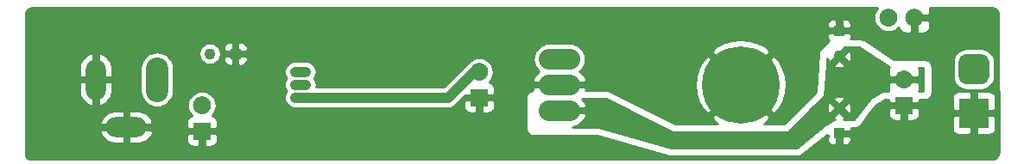
<source format=gbr>
G04 #@! TF.GenerationSoftware,KiCad,Pcbnew,5.1.10*
G04 #@! TF.CreationDate,2021-12-17T17:44:36+03:00*
G04 #@! TF.ProjectId,ripple_cancellation,72697070-6c65-45f6-9361-6e63656c6c61,rev?*
G04 #@! TF.SameCoordinates,Original*
G04 #@! TF.FileFunction,Copper,L2,Bot*
G04 #@! TF.FilePolarity,Positive*
%FSLAX46Y46*%
G04 Gerber Fmt 4.6, Leading zero omitted, Abs format (unit mm)*
G04 Created by KiCad (PCBNEW 5.1.10) date 2021-12-17 17:44:36*
%MOMM*%
%LPD*%
G01*
G04 APERTURE LIST*
G04 #@! TA.AperFunction,ComponentPad*
%ADD10O,4.064000X2.032000*%
G04 #@! TD*
G04 #@! TA.AperFunction,ComponentPad*
%ADD11C,7.620000*%
G04 #@! TD*
G04 #@! TA.AperFunction,ComponentPad*
%ADD12O,2.080000X1.040000*%
G04 #@! TD*
G04 #@! TA.AperFunction,ComponentPad*
%ADD13R,3.000000X3.000000*%
G04 #@! TD*
G04 #@! TA.AperFunction,ComponentPad*
%ADD14R,1.778000X1.778000*%
G04 #@! TD*
G04 #@! TA.AperFunction,ComponentPad*
%ADD15O,4.000000X2.000000*%
G04 #@! TD*
G04 #@! TA.AperFunction,ComponentPad*
%ADD16O,2.200000X4.400000*%
G04 #@! TD*
G04 #@! TA.AperFunction,ComponentPad*
%ADD17O,2.000000X4.000000*%
G04 #@! TD*
G04 #@! TA.AperFunction,ComponentPad*
%ADD18R,1.100000X1.100000*%
G04 #@! TD*
G04 #@! TA.AperFunction,ComponentPad*
%ADD19C,1.100000*%
G04 #@! TD*
G04 #@! TA.AperFunction,ViaPad*
%ADD20C,0.800000*%
G04 #@! TD*
G04 #@! TA.AperFunction,Conductor*
%ADD21C,1.000000*%
G04 #@! TD*
G04 #@! TA.AperFunction,Conductor*
%ADD22C,0.254000*%
G04 #@! TD*
G04 #@! TA.AperFunction,Conductor*
%ADD23C,0.100000*%
G04 #@! TD*
G04 APERTURE END LIST*
D10*
X108204000Y-53594000D03*
X108204000Y-56134000D03*
X108204000Y-58674000D03*
D11*
X125984000Y-56134000D03*
D12*
X82804000Y-57404000D03*
X82804000Y-56134000D03*
X82804000Y-54864000D03*
G04 #@! TA.AperFunction,ComponentPad*
G36*
G01*
X142113000Y-49530000D02*
X142113000Y-49530000D01*
G75*
G02*
X143002000Y-48641000I889000J0D01*
G01*
X143002000Y-48641000D01*
G75*
G02*
X143891000Y-49530000I0J-889000D01*
G01*
X143891000Y-49530000D01*
G75*
G02*
X143002000Y-50419000I-889000J0D01*
G01*
X143002000Y-50419000D01*
G75*
G02*
X142113000Y-49530000I0J889000D01*
G01*
G37*
G04 #@! TD.AperFunction*
G04 #@! TA.AperFunction,ComponentPad*
G36*
G01*
X139573000Y-49530000D02*
X139573000Y-49530000D01*
G75*
G02*
X140462000Y-48641000I889000J0D01*
G01*
X140462000Y-48641000D01*
G75*
G02*
X141351000Y-49530000I0J-889000D01*
G01*
X141351000Y-49530000D01*
G75*
G02*
X140462000Y-50419000I-889000J0D01*
G01*
X140462000Y-50419000D01*
G75*
G02*
X139573000Y-49530000I0J889000D01*
G01*
G37*
G04 #@! TD.AperFunction*
G04 #@! TA.AperFunction,ComponentPad*
G36*
G01*
X149594000Y-56110000D02*
X148094000Y-56110000D01*
G75*
G02*
X147344000Y-55360000I0J750000D01*
G01*
X147344000Y-53860000D01*
G75*
G02*
X148094000Y-53110000I750000J0D01*
G01*
X149594000Y-53110000D01*
G75*
G02*
X150344000Y-53860000I0J-750000D01*
G01*
X150344000Y-55360000D01*
G75*
G02*
X149594000Y-56110000I-750000J0D01*
G01*
G37*
G04 #@! TD.AperFunction*
D13*
X148844000Y-58928000D03*
G04 #@! TA.AperFunction,ComponentPad*
G36*
G01*
X141986000Y-56515000D02*
X141986000Y-56515000D01*
G75*
G02*
X141097000Y-55626000I0J889000D01*
G01*
X141097000Y-55626000D01*
G75*
G02*
X141986000Y-54737000I889000J0D01*
G01*
X141986000Y-54737000D01*
G75*
G02*
X142875000Y-55626000I0J-889000D01*
G01*
X142875000Y-55626000D01*
G75*
G02*
X141986000Y-56515000I-889000J0D01*
G01*
G37*
G04 #@! TD.AperFunction*
D14*
X141986000Y-58166000D03*
G04 #@! TA.AperFunction,ComponentPad*
G36*
G01*
X100330000Y-55753000D02*
X100330000Y-55753000D01*
G75*
G02*
X99441000Y-54864000I0J889000D01*
G01*
X99441000Y-54864000D01*
G75*
G02*
X100330000Y-53975000I889000J0D01*
G01*
X100330000Y-53975000D01*
G75*
G02*
X101219000Y-54864000I0J-889000D01*
G01*
X101219000Y-54864000D01*
G75*
G02*
X100330000Y-55753000I-889000J0D01*
G01*
G37*
G04 #@! TD.AperFunction*
X100330000Y-57404000D03*
G04 #@! TA.AperFunction,ComponentPad*
G36*
G01*
X73152000Y-59055000D02*
X73152000Y-59055000D01*
G75*
G02*
X72263000Y-58166000I0J889000D01*
G01*
X72263000Y-58166000D01*
G75*
G02*
X73152000Y-57277000I889000J0D01*
G01*
X73152000Y-57277000D01*
G75*
G02*
X74041000Y-58166000I0J-889000D01*
G01*
X74041000Y-58166000D01*
G75*
G02*
X73152000Y-59055000I-889000J0D01*
G01*
G37*
G04 #@! TD.AperFunction*
X73152000Y-60706000D03*
D15*
X65738000Y-60326000D03*
D16*
X68738000Y-55626000D03*
D17*
X62738000Y-55626000D03*
D18*
X135636000Y-50820000D03*
D19*
X135636000Y-53320000D03*
D18*
X135636000Y-60940000D03*
D19*
X135636000Y-58440000D03*
D18*
X76434000Y-53086000D03*
D19*
X73934000Y-53086000D03*
D20*
X113538000Y-51816000D03*
X115538000Y-51816000D03*
X117538000Y-51816000D03*
X119538000Y-51816000D03*
X113538000Y-53816000D03*
X115538000Y-53816000D03*
X117538000Y-53816000D03*
X119538000Y-53816000D03*
X113538000Y-55816000D03*
X115538000Y-55816000D03*
X117538000Y-55816000D03*
X119538000Y-55816000D03*
D21*
X82804000Y-57404000D02*
X97282000Y-57404000D01*
X99822000Y-54864000D02*
X100330000Y-54864000D01*
X97282000Y-57404000D02*
X99822000Y-54864000D01*
D22*
X139275834Y-48737429D02*
X139144004Y-48984067D01*
X139062822Y-49251685D01*
X139035411Y-49529999D01*
X139035411Y-49530001D01*
X139062822Y-49808315D01*
X139144004Y-50075933D01*
X139275834Y-50322571D01*
X139453249Y-50538751D01*
X139669429Y-50716166D01*
X139916067Y-50847996D01*
X140183685Y-50929178D01*
X140461999Y-50956589D01*
X140462001Y-50956589D01*
X140740315Y-50929178D01*
X141007933Y-50847996D01*
X141254571Y-50716166D01*
X141470751Y-50538751D01*
X141485011Y-50521375D01*
X141487188Y-50543482D01*
X141523498Y-50663180D01*
X141582463Y-50773494D01*
X141661815Y-50870185D01*
X141758506Y-50949537D01*
X141868820Y-51008502D01*
X141988518Y-51044812D01*
X142113000Y-51057072D01*
X142620250Y-51054000D01*
X142779000Y-50895250D01*
X142779000Y-49753000D01*
X143225000Y-49753000D01*
X143225000Y-50895250D01*
X143383750Y-51054000D01*
X143891000Y-51057072D01*
X144015482Y-51044812D01*
X144135180Y-51008502D01*
X144245494Y-50949537D01*
X144342185Y-50870185D01*
X144421537Y-50773494D01*
X144480502Y-50663180D01*
X144516812Y-50543482D01*
X144529072Y-50419000D01*
X144526000Y-49911750D01*
X144367250Y-49753000D01*
X143225000Y-49753000D01*
X142779000Y-49753000D01*
X142759000Y-49753000D01*
X142759000Y-49307000D01*
X142779000Y-49307000D01*
X142779000Y-49287000D01*
X143225000Y-49287000D01*
X143225000Y-49307000D01*
X144367250Y-49307000D01*
X144526000Y-49148250D01*
X144529072Y-48641000D01*
X144524187Y-48591400D01*
X150620016Y-48591400D01*
X150765064Y-48605622D01*
X150878243Y-48639793D01*
X150982636Y-48695300D01*
X151074256Y-48770023D01*
X151149617Y-48861118D01*
X151205848Y-48965116D01*
X151240811Y-49078062D01*
X151255801Y-49220677D01*
X151255800Y-50518788D01*
X151255772Y-50519076D01*
X151255800Y-50546057D01*
X151255800Y-50573505D01*
X151255829Y-50573798D01*
X151268539Y-62812505D01*
X151254345Y-62957264D01*
X151220174Y-63070445D01*
X151164669Y-63174834D01*
X151089944Y-63266456D01*
X150998848Y-63341818D01*
X150894851Y-63398048D01*
X150781906Y-63433011D01*
X150639298Y-63448000D01*
X56351886Y-63448000D01*
X56236454Y-63436681D01*
X56151751Y-63411109D01*
X56073639Y-63369575D01*
X56005081Y-63313661D01*
X55948686Y-63245491D01*
X55906605Y-63167665D01*
X55880445Y-63083153D01*
X55868520Y-62969701D01*
X55870518Y-60799635D01*
X63173105Y-60799635D01*
X63254654Y-61048940D01*
X63424195Y-61324435D01*
X63644224Y-61561561D01*
X63906287Y-61751205D01*
X64200312Y-61886079D01*
X64515000Y-61961000D01*
X65515000Y-61961000D01*
X65515000Y-60549000D01*
X65961000Y-60549000D01*
X65961000Y-61961000D01*
X66961000Y-61961000D01*
X67275688Y-61886079D01*
X67569713Y-61751205D01*
X67785567Y-61595000D01*
X71624928Y-61595000D01*
X71637188Y-61719482D01*
X71673498Y-61839180D01*
X71732463Y-61949494D01*
X71811815Y-62046185D01*
X71908506Y-62125537D01*
X72018820Y-62184502D01*
X72138518Y-62220812D01*
X72263000Y-62233072D01*
X72770250Y-62230000D01*
X72929000Y-62071250D01*
X72929000Y-60929000D01*
X73375000Y-60929000D01*
X73375000Y-62071250D01*
X73533750Y-62230000D01*
X74041000Y-62233072D01*
X74165482Y-62220812D01*
X74285180Y-62184502D01*
X74395494Y-62125537D01*
X74492185Y-62046185D01*
X74571537Y-61949494D01*
X74630502Y-61839180D01*
X74666812Y-61719482D01*
X74679072Y-61595000D01*
X74676000Y-61087750D01*
X74517250Y-60929000D01*
X73375000Y-60929000D01*
X72929000Y-60929000D01*
X71786750Y-60929000D01*
X71628000Y-61087750D01*
X71624928Y-61595000D01*
X67785567Y-61595000D01*
X67831776Y-61561561D01*
X68051805Y-61324435D01*
X68221346Y-61048940D01*
X68302895Y-60799635D01*
X68197310Y-60549000D01*
X65961000Y-60549000D01*
X65515000Y-60549000D01*
X63278690Y-60549000D01*
X63173105Y-60799635D01*
X55870518Y-60799635D01*
X55871390Y-59852365D01*
X63173105Y-59852365D01*
X63278690Y-60103000D01*
X65515000Y-60103000D01*
X65515000Y-58691000D01*
X65961000Y-58691000D01*
X65961000Y-60103000D01*
X68197310Y-60103000D01*
X68302895Y-59852365D01*
X68291327Y-59817000D01*
X71624928Y-59817000D01*
X71628000Y-60324250D01*
X71786750Y-60483000D01*
X72929000Y-60483000D01*
X72929000Y-60463000D01*
X73375000Y-60463000D01*
X73375000Y-60483000D01*
X74517250Y-60483000D01*
X74676000Y-60324250D01*
X74679072Y-59817000D01*
X74666812Y-59692518D01*
X74630502Y-59572820D01*
X74571537Y-59462506D01*
X74492185Y-59365815D01*
X74395494Y-59286463D01*
X74285180Y-59227498D01*
X74165482Y-59191188D01*
X74143375Y-59189011D01*
X74160751Y-59174751D01*
X74338166Y-58958571D01*
X74469996Y-58711933D01*
X74551178Y-58444315D01*
X74578589Y-58166001D01*
X74578589Y-58165999D01*
X74551178Y-57887685D01*
X74469996Y-57620067D01*
X74338166Y-57373429D01*
X74160751Y-57157249D01*
X73944571Y-56979834D01*
X73697933Y-56848004D01*
X73430315Y-56766822D01*
X73152001Y-56739411D01*
X73151999Y-56739411D01*
X72873685Y-56766822D01*
X72606067Y-56848004D01*
X72359429Y-56979834D01*
X72143249Y-57157249D01*
X71965834Y-57373429D01*
X71834004Y-57620067D01*
X71752822Y-57887685D01*
X71725411Y-58165999D01*
X71725411Y-58166001D01*
X71752822Y-58444315D01*
X71834004Y-58711933D01*
X71965834Y-58958571D01*
X72143249Y-59174751D01*
X72160625Y-59189011D01*
X72138518Y-59191188D01*
X72018820Y-59227498D01*
X71908506Y-59286463D01*
X71811815Y-59365815D01*
X71732463Y-59462506D01*
X71673498Y-59572820D01*
X71637188Y-59692518D01*
X71624928Y-59817000D01*
X68291327Y-59817000D01*
X68221346Y-59603060D01*
X68051805Y-59327565D01*
X67831776Y-59090439D01*
X67569713Y-58900795D01*
X67275688Y-58765921D01*
X66961000Y-58691000D01*
X65961000Y-58691000D01*
X65515000Y-58691000D01*
X64515000Y-58691000D01*
X64200312Y-58765921D01*
X63906287Y-58900795D01*
X63644224Y-59090439D01*
X63424195Y-59327565D01*
X63254654Y-59603060D01*
X63173105Y-59852365D01*
X55871390Y-59852365D01*
X55875077Y-55849000D01*
X61103000Y-55849000D01*
X61103000Y-56849000D01*
X61177921Y-57163688D01*
X61312795Y-57457713D01*
X61502439Y-57719776D01*
X61739565Y-57939805D01*
X62015060Y-58109346D01*
X62264365Y-58190895D01*
X62515000Y-58085310D01*
X62515000Y-55849000D01*
X62961000Y-55849000D01*
X62961000Y-58085310D01*
X63211635Y-58190895D01*
X63460940Y-58109346D01*
X63736435Y-57939805D01*
X63973561Y-57719776D01*
X64163205Y-57457713D01*
X64298079Y-57163688D01*
X64373000Y-56849000D01*
X64373000Y-55849000D01*
X62961000Y-55849000D01*
X62515000Y-55849000D01*
X61103000Y-55849000D01*
X55875077Y-55849000D01*
X55876408Y-54403000D01*
X61103000Y-54403000D01*
X61103000Y-55403000D01*
X62515000Y-55403000D01*
X62515000Y-53166690D01*
X62961000Y-53166690D01*
X62961000Y-55403000D01*
X64373000Y-55403000D01*
X64373000Y-54445679D01*
X67103000Y-54445679D01*
X67103001Y-56806322D01*
X67126658Y-57046516D01*
X67220149Y-57354715D01*
X67371970Y-57638752D01*
X67576287Y-57887714D01*
X67825249Y-58092031D01*
X68109286Y-58243852D01*
X68417485Y-58337343D01*
X68738000Y-58368911D01*
X69058516Y-58337343D01*
X69366715Y-58243852D01*
X69650752Y-58092031D01*
X69899714Y-57887714D01*
X70104031Y-57638752D01*
X70255852Y-57354715D01*
X70349343Y-57046516D01*
X70373000Y-56806322D01*
X70373000Y-54864000D01*
X81223896Y-54864000D01*
X81244266Y-55070816D01*
X81304592Y-55269684D01*
X81402556Y-55452962D01*
X81440338Y-55499000D01*
X81402556Y-55545038D01*
X81304592Y-55728316D01*
X81244266Y-55927184D01*
X81223896Y-56134000D01*
X81244266Y-56340816D01*
X81304592Y-56539684D01*
X81402556Y-56722962D01*
X81440338Y-56769000D01*
X81402556Y-56815038D01*
X81304592Y-56998316D01*
X81244266Y-57197184D01*
X81223896Y-57404000D01*
X81244266Y-57610816D01*
X81304592Y-57809684D01*
X81402556Y-57992962D01*
X81534393Y-58153607D01*
X81695038Y-58285444D01*
X81878316Y-58383408D01*
X82077184Y-58443734D01*
X82232179Y-58459000D01*
X83375821Y-58459000D01*
X83530816Y-58443734D01*
X83546422Y-58439000D01*
X97231172Y-58439000D01*
X97282000Y-58444006D01*
X97332828Y-58439000D01*
X97332838Y-58439000D01*
X97484895Y-58424024D01*
X97679993Y-58364841D01*
X97814398Y-58293000D01*
X98802928Y-58293000D01*
X98815188Y-58417482D01*
X98851498Y-58537180D01*
X98910463Y-58647494D01*
X98989815Y-58744185D01*
X99086506Y-58823537D01*
X99196820Y-58882502D01*
X99316518Y-58918812D01*
X99441000Y-58931072D01*
X99948250Y-58928000D01*
X100107000Y-58769250D01*
X100107000Y-57627000D01*
X100553000Y-57627000D01*
X100553000Y-58769250D01*
X100711750Y-58928000D01*
X101219000Y-58931072D01*
X101343482Y-58918812D01*
X101463180Y-58882502D01*
X101573494Y-58823537D01*
X101670185Y-58744185D01*
X101749537Y-58647494D01*
X101808502Y-58537180D01*
X101844812Y-58417482D01*
X101857072Y-58293000D01*
X101854000Y-57785750D01*
X101695250Y-57627000D01*
X100553000Y-57627000D01*
X100107000Y-57627000D01*
X98964750Y-57627000D01*
X98806000Y-57785750D01*
X98802928Y-58293000D01*
X97814398Y-58293000D01*
X97859797Y-58268734D01*
X98017396Y-58139396D01*
X98049807Y-58099903D01*
X98745710Y-57404000D01*
X104929000Y-57404000D01*
X104929000Y-60452000D01*
X104943123Y-60595391D01*
X104984949Y-60733272D01*
X105052870Y-60860344D01*
X105144277Y-60971723D01*
X105255656Y-61063130D01*
X105382728Y-61131051D01*
X105520609Y-61172877D01*
X105664000Y-61187000D01*
X111911060Y-61187000D01*
X118924080Y-63190720D01*
X119126000Y-63219000D01*
X131572000Y-63219000D01*
X131784308Y-63187669D01*
X131917508Y-63132729D01*
X132037430Y-63052859D01*
X134451000Y-61078120D01*
X134451000Y-61163002D01*
X134609748Y-61163002D01*
X134451000Y-61321750D01*
X134447928Y-61490000D01*
X134460188Y-61614482D01*
X134496498Y-61734180D01*
X134555463Y-61844494D01*
X134634815Y-61941185D01*
X134731506Y-62020537D01*
X134841820Y-62079502D01*
X134961518Y-62115812D01*
X135086000Y-62128072D01*
X135254250Y-62125000D01*
X135413000Y-61966250D01*
X135413000Y-61163000D01*
X135859000Y-61163000D01*
X135859000Y-61966250D01*
X136017750Y-62125000D01*
X136186000Y-62128072D01*
X136310482Y-62115812D01*
X136430180Y-62079502D01*
X136540494Y-62020537D01*
X136637185Y-61941185D01*
X136716537Y-61844494D01*
X136775502Y-61734180D01*
X136811812Y-61614482D01*
X136824072Y-61490000D01*
X136821000Y-61321750D01*
X136662250Y-61163000D01*
X135859000Y-61163000D01*
X135413000Y-61163000D01*
X135393000Y-61163000D01*
X135393000Y-60717000D01*
X135413000Y-60717000D01*
X135413000Y-60697000D01*
X135859000Y-60697000D01*
X135859000Y-60717000D01*
X136662250Y-60717000D01*
X136821000Y-60558250D01*
X136823378Y-60428000D01*
X146705928Y-60428000D01*
X146718188Y-60552482D01*
X146754498Y-60672180D01*
X146813463Y-60782494D01*
X146892815Y-60879185D01*
X146989506Y-60958537D01*
X147099820Y-61017502D01*
X147219518Y-61053812D01*
X147344000Y-61066072D01*
X148462250Y-61063000D01*
X148621000Y-60904250D01*
X148621000Y-59151000D01*
X149067000Y-59151000D01*
X149067000Y-60904250D01*
X149225750Y-61063000D01*
X150344000Y-61066072D01*
X150468482Y-61053812D01*
X150588180Y-61017502D01*
X150698494Y-60958537D01*
X150795185Y-60879185D01*
X150874537Y-60782494D01*
X150933502Y-60672180D01*
X150969812Y-60552482D01*
X150982072Y-60428000D01*
X150979000Y-59309750D01*
X150820250Y-59151000D01*
X149067000Y-59151000D01*
X148621000Y-59151000D01*
X146867750Y-59151000D01*
X146709000Y-59309750D01*
X146705928Y-60428000D01*
X136823378Y-60428000D01*
X136823433Y-60425000D01*
X137160000Y-60425000D01*
X137263945Y-60417613D01*
X137403898Y-60383353D01*
X137534478Y-60322449D01*
X137650667Y-60237239D01*
X137748000Y-60131000D01*
X138554999Y-59055000D01*
X140458928Y-59055000D01*
X140471188Y-59179482D01*
X140507498Y-59299180D01*
X140566463Y-59409494D01*
X140645815Y-59506185D01*
X140742506Y-59585537D01*
X140852820Y-59644502D01*
X140972518Y-59680812D01*
X141097000Y-59693072D01*
X141604250Y-59690000D01*
X141763000Y-59531250D01*
X141763000Y-58389000D01*
X142209000Y-58389000D01*
X142209000Y-59531250D01*
X142367750Y-59690000D01*
X142875000Y-59693072D01*
X142999482Y-59680812D01*
X143119180Y-59644502D01*
X143229494Y-59585537D01*
X143326185Y-59506185D01*
X143405537Y-59409494D01*
X143464502Y-59299180D01*
X143500812Y-59179482D01*
X143513072Y-59055000D01*
X143510000Y-58547750D01*
X143351250Y-58389000D01*
X142209000Y-58389000D01*
X141763000Y-58389000D01*
X140620750Y-58389000D01*
X140462000Y-58547750D01*
X140458928Y-59055000D01*
X138554999Y-59055000D01*
X139185614Y-58214181D01*
X140157582Y-57631000D01*
X140461072Y-57631000D01*
X140462000Y-57784250D01*
X140620750Y-57943000D01*
X141763000Y-57943000D01*
X141763000Y-57923000D01*
X142209000Y-57923000D01*
X142209000Y-57943000D01*
X143351250Y-57943000D01*
X143510000Y-57784250D01*
X143510928Y-57631000D01*
X144018000Y-57631000D01*
X144161391Y-57616877D01*
X144299272Y-57575051D01*
X144426344Y-57507130D01*
X144522763Y-57428000D01*
X146705928Y-57428000D01*
X146709000Y-58546250D01*
X146867750Y-58705000D01*
X148621000Y-58705000D01*
X148621000Y-56951750D01*
X149067000Y-56951750D01*
X149067000Y-58705000D01*
X150820250Y-58705000D01*
X150979000Y-58546250D01*
X150982072Y-57428000D01*
X150969812Y-57303518D01*
X150933502Y-57183820D01*
X150874537Y-57073506D01*
X150795185Y-56976815D01*
X150698494Y-56897463D01*
X150588180Y-56838498D01*
X150468482Y-56802188D01*
X150344000Y-56789928D01*
X149225750Y-56793000D01*
X149067000Y-56951750D01*
X148621000Y-56951750D01*
X148462250Y-56793000D01*
X147344000Y-56789928D01*
X147219518Y-56802188D01*
X147099820Y-56838498D01*
X146989506Y-56897463D01*
X146892815Y-56976815D01*
X146813463Y-57073506D01*
X146754498Y-57183820D01*
X146718188Y-57303518D01*
X146705928Y-57428000D01*
X144522763Y-57428000D01*
X144537723Y-57415723D01*
X144629130Y-57304344D01*
X144697051Y-57177272D01*
X144738877Y-57039391D01*
X144753000Y-56896000D01*
X144753000Y-54356000D01*
X144738877Y-54212609D01*
X144697051Y-54074728D01*
X144629130Y-53947656D01*
X144557193Y-53860000D01*
X146806412Y-53860000D01*
X146806412Y-55360000D01*
X146831153Y-55611196D01*
X146904424Y-55852739D01*
X147023410Y-56075346D01*
X147183538Y-56270462D01*
X147378654Y-56430590D01*
X147601261Y-56549576D01*
X147842804Y-56622847D01*
X148094000Y-56647588D01*
X149594000Y-56647588D01*
X149845196Y-56622847D01*
X150086739Y-56549576D01*
X150309346Y-56430590D01*
X150504462Y-56270462D01*
X150664590Y-56075346D01*
X150783576Y-55852739D01*
X150856847Y-55611196D01*
X150881588Y-55360000D01*
X150881588Y-53860000D01*
X150856847Y-53608804D01*
X150783576Y-53367261D01*
X150664590Y-53144654D01*
X150504462Y-52949538D01*
X150309346Y-52789410D01*
X150086739Y-52670424D01*
X149845196Y-52597153D01*
X149594000Y-52572412D01*
X148094000Y-52572412D01*
X147842804Y-52597153D01*
X147601261Y-52670424D01*
X147378654Y-52789410D01*
X147183538Y-52949538D01*
X147023410Y-53144654D01*
X146904424Y-53367261D01*
X146831153Y-53608804D01*
X146806412Y-53860000D01*
X144557193Y-53860000D01*
X144537723Y-53836277D01*
X144426344Y-53744870D01*
X144299272Y-53676949D01*
X144161391Y-53635123D01*
X144018000Y-53621000D01*
X140938540Y-53621000D01*
X138075705Y-51712443D01*
X137949272Y-51644949D01*
X137811391Y-51603123D01*
X137668000Y-51589000D01*
X136783140Y-51589000D01*
X136811812Y-51494482D01*
X136824072Y-51370000D01*
X136821000Y-51201750D01*
X136662250Y-51043000D01*
X135859000Y-51043000D01*
X135859000Y-51063000D01*
X135413000Y-51063000D01*
X135413000Y-51043000D01*
X134609750Y-51043000D01*
X134451000Y-51201750D01*
X134447928Y-51370000D01*
X134460188Y-51494482D01*
X134496498Y-51614180D01*
X134555463Y-51724494D01*
X134615843Y-51798068D01*
X134608277Y-51804277D01*
X133846277Y-52566277D01*
X133781532Y-52640330D01*
X133705816Y-52762917D01*
X133655471Y-52897921D01*
X133632431Y-53040152D01*
X133395766Y-56826788D01*
X130251554Y-59971000D01*
X128244282Y-59971000D01*
X128425662Y-59874050D01*
X128868275Y-59333645D01*
X125984000Y-56449370D01*
X123099725Y-59333645D01*
X123542338Y-59874050D01*
X123728472Y-59971000D01*
X119553510Y-59971000D01*
X113104702Y-56746596D01*
X112919391Y-56683123D01*
X112776000Y-56669000D01*
X110781468Y-56669000D01*
X110800845Y-56610161D01*
X110695493Y-56357000D01*
X108427000Y-56357000D01*
X108427000Y-56377000D01*
X107981000Y-56377000D01*
X107981000Y-56357000D01*
X105712507Y-56357000D01*
X105607155Y-56610161D01*
X105627709Y-56672574D01*
X105520609Y-56683123D01*
X105382728Y-56724949D01*
X105255656Y-56792870D01*
X105144277Y-56884277D01*
X105052870Y-56995656D01*
X104984949Y-57122728D01*
X104943123Y-57260609D01*
X104929000Y-57404000D01*
X98745710Y-57404000D01*
X98968710Y-57181000D01*
X100107000Y-57181000D01*
X100107000Y-57161000D01*
X100553000Y-57161000D01*
X100553000Y-57181000D01*
X101695250Y-57181000D01*
X101854000Y-57022250D01*
X101857072Y-56515000D01*
X101844812Y-56390518D01*
X101808502Y-56270820D01*
X101760862Y-56181692D01*
X121517746Y-56181692D01*
X121612868Y-57052099D01*
X121875971Y-57887224D01*
X122243950Y-58575662D01*
X122784355Y-59018275D01*
X125668630Y-56134000D01*
X126299370Y-56134000D01*
X129183645Y-59018275D01*
X129724050Y-58575662D01*
X130128531Y-57799099D01*
X130373740Y-56958547D01*
X130450254Y-56086308D01*
X130355132Y-55215901D01*
X130092029Y-54380776D01*
X129724050Y-53692338D01*
X129183645Y-53249725D01*
X126299370Y-56134000D01*
X125668630Y-56134000D01*
X122784355Y-53249725D01*
X122243950Y-53692338D01*
X121839469Y-54468901D01*
X121594260Y-55309453D01*
X121517746Y-56181692D01*
X101760862Y-56181692D01*
X101749537Y-56160506D01*
X101670185Y-56063815D01*
X101573494Y-55984463D01*
X101463180Y-55925498D01*
X101343482Y-55889188D01*
X101321375Y-55887011D01*
X101338751Y-55872751D01*
X101515125Y-55657839D01*
X105607155Y-55657839D01*
X105712507Y-55911000D01*
X107981000Y-55911000D01*
X107981000Y-55891000D01*
X108427000Y-55891000D01*
X108427000Y-55911000D01*
X110695493Y-55911000D01*
X110800845Y-55657839D01*
X110716648Y-55402172D01*
X110545118Y-55124252D01*
X110322664Y-54885136D01*
X110199717Y-54796408D01*
X110322029Y-54696029D01*
X110515849Y-54459858D01*
X110659870Y-54190414D01*
X110748558Y-53898049D01*
X110778504Y-53594000D01*
X110748558Y-53289951D01*
X110659870Y-52997586D01*
X110626073Y-52934355D01*
X123099725Y-52934355D01*
X125984000Y-55818630D01*
X128868275Y-52934355D01*
X128425662Y-52393950D01*
X127649099Y-51989469D01*
X126808547Y-51744260D01*
X125936308Y-51667746D01*
X125065901Y-51762868D01*
X124230776Y-52025971D01*
X123542338Y-52393950D01*
X123099725Y-52934355D01*
X110626073Y-52934355D01*
X110515849Y-52728142D01*
X110322029Y-52491971D01*
X110085858Y-52298151D01*
X109816414Y-52154130D01*
X109524049Y-52065442D01*
X109296190Y-52043000D01*
X107111810Y-52043000D01*
X106883951Y-52065442D01*
X106591586Y-52154130D01*
X106322142Y-52298151D01*
X106085971Y-52491971D01*
X105892151Y-52728142D01*
X105748130Y-52997586D01*
X105659442Y-53289951D01*
X105629496Y-53594000D01*
X105659442Y-53898049D01*
X105748130Y-54190414D01*
X105892151Y-54459858D01*
X106085971Y-54696029D01*
X106208283Y-54796408D01*
X106085336Y-54885136D01*
X105862882Y-55124252D01*
X105691352Y-55402172D01*
X105607155Y-55657839D01*
X101515125Y-55657839D01*
X101516166Y-55656571D01*
X101647996Y-55409933D01*
X101729178Y-55142315D01*
X101756589Y-54864001D01*
X101756589Y-54863999D01*
X101729178Y-54585685D01*
X101647996Y-54318067D01*
X101516166Y-54071429D01*
X101338751Y-53855249D01*
X101122571Y-53677834D01*
X100875933Y-53546004D01*
X100608315Y-53464822D01*
X100330001Y-53437411D01*
X100329999Y-53437411D01*
X100051685Y-53464822D01*
X99784067Y-53546004D01*
X99537429Y-53677834D01*
X99321249Y-53855249D01*
X99143834Y-54071429D01*
X99134114Y-54089613D01*
X99086604Y-54128604D01*
X99054197Y-54168092D01*
X96853290Y-56369000D01*
X84355184Y-56369000D01*
X84363734Y-56340816D01*
X84384104Y-56134000D01*
X84363734Y-55927184D01*
X84303408Y-55728316D01*
X84205444Y-55545038D01*
X84167662Y-55499000D01*
X84205444Y-55452962D01*
X84303408Y-55269684D01*
X84363734Y-55070816D01*
X84384104Y-54864000D01*
X84363734Y-54657184D01*
X84303408Y-54458316D01*
X84205444Y-54275038D01*
X84073607Y-54114393D01*
X83912962Y-53982556D01*
X83729684Y-53884592D01*
X83530816Y-53824266D01*
X83375821Y-53809000D01*
X82232179Y-53809000D01*
X82077184Y-53824266D01*
X81878316Y-53884592D01*
X81695038Y-53982556D01*
X81534393Y-54114393D01*
X81402556Y-54275038D01*
X81304592Y-54458316D01*
X81244266Y-54657184D01*
X81223896Y-54864000D01*
X70373000Y-54864000D01*
X70373000Y-54445678D01*
X70349343Y-54205484D01*
X70255852Y-53897285D01*
X70104031Y-53613248D01*
X69899714Y-53364286D01*
X69650751Y-53159969D01*
X69366714Y-53008148D01*
X69271078Y-52979137D01*
X72849000Y-52979137D01*
X72849000Y-53192863D01*
X72890696Y-53402483D01*
X72972485Y-53599940D01*
X73091225Y-53777647D01*
X73242353Y-53928775D01*
X73420060Y-54047515D01*
X73617517Y-54129304D01*
X73827137Y-54171000D01*
X74040863Y-54171000D01*
X74250483Y-54129304D01*
X74447940Y-54047515D01*
X74625647Y-53928775D01*
X74776775Y-53777647D01*
X74871420Y-53636000D01*
X75245928Y-53636000D01*
X75258188Y-53760482D01*
X75294498Y-53880180D01*
X75353463Y-53990494D01*
X75432815Y-54087185D01*
X75529506Y-54166537D01*
X75639820Y-54225502D01*
X75759518Y-54261812D01*
X75884000Y-54274072D01*
X76052250Y-54271000D01*
X76211000Y-54112250D01*
X76211000Y-53309000D01*
X76657000Y-53309000D01*
X76657000Y-54112250D01*
X76815750Y-54271000D01*
X76984000Y-54274072D01*
X77108482Y-54261812D01*
X77228180Y-54225502D01*
X77338494Y-54166537D01*
X77435185Y-54087185D01*
X77514537Y-53990494D01*
X77573502Y-53880180D01*
X77609812Y-53760482D01*
X77622072Y-53636000D01*
X77619000Y-53467750D01*
X77460250Y-53309000D01*
X76657000Y-53309000D01*
X76211000Y-53309000D01*
X75407750Y-53309000D01*
X75249000Y-53467750D01*
X75245928Y-53636000D01*
X74871420Y-53636000D01*
X74895515Y-53599940D01*
X74977304Y-53402483D01*
X75019000Y-53192863D01*
X75019000Y-52979137D01*
X74977304Y-52769517D01*
X74895515Y-52572060D01*
X74871421Y-52536000D01*
X75245928Y-52536000D01*
X75249000Y-52704250D01*
X75407750Y-52863000D01*
X76211000Y-52863000D01*
X76211000Y-52059750D01*
X76657000Y-52059750D01*
X76657000Y-52863000D01*
X77460250Y-52863000D01*
X77619000Y-52704250D01*
X77622072Y-52536000D01*
X77609812Y-52411518D01*
X77573502Y-52291820D01*
X77514537Y-52181506D01*
X77435185Y-52084815D01*
X77338494Y-52005463D01*
X77228180Y-51946498D01*
X77108482Y-51910188D01*
X76984000Y-51897928D01*
X76815750Y-51901000D01*
X76657000Y-52059750D01*
X76211000Y-52059750D01*
X76052250Y-51901000D01*
X75884000Y-51897928D01*
X75759518Y-51910188D01*
X75639820Y-51946498D01*
X75529506Y-52005463D01*
X75432815Y-52084815D01*
X75353463Y-52181506D01*
X75294498Y-52291820D01*
X75258188Y-52411518D01*
X75245928Y-52536000D01*
X74871421Y-52536000D01*
X74776775Y-52394353D01*
X74625647Y-52243225D01*
X74447940Y-52124485D01*
X74250483Y-52042696D01*
X74040863Y-52001000D01*
X73827137Y-52001000D01*
X73617517Y-52042696D01*
X73420060Y-52124485D01*
X73242353Y-52243225D01*
X73091225Y-52394353D01*
X72972485Y-52572060D01*
X72890696Y-52769517D01*
X72849000Y-52979137D01*
X69271078Y-52979137D01*
X69058515Y-52914657D01*
X68738000Y-52883089D01*
X68417484Y-52914657D01*
X68109285Y-53008148D01*
X67825248Y-53159969D01*
X67576286Y-53364286D01*
X67371969Y-53613249D01*
X67220148Y-53897286D01*
X67126657Y-54205485D01*
X67103000Y-54445679D01*
X64373000Y-54445679D01*
X64373000Y-54403000D01*
X64298079Y-54088312D01*
X64163205Y-53794287D01*
X63973561Y-53532224D01*
X63736435Y-53312195D01*
X63460940Y-53142654D01*
X63211635Y-53061105D01*
X62961000Y-53166690D01*
X62515000Y-53166690D01*
X62264365Y-53061105D01*
X62015060Y-53142654D01*
X61739565Y-53312195D01*
X61502439Y-53532224D01*
X61312795Y-53794287D01*
X61177921Y-54088312D01*
X61103000Y-54403000D01*
X55876408Y-54403000D01*
X55880214Y-50270000D01*
X134447928Y-50270000D01*
X134451000Y-50438250D01*
X134609750Y-50597000D01*
X135413000Y-50597000D01*
X135413000Y-49793750D01*
X135859000Y-49793750D01*
X135859000Y-50597000D01*
X136662250Y-50597000D01*
X136821000Y-50438250D01*
X136824072Y-50270000D01*
X136811812Y-50145518D01*
X136775502Y-50025820D01*
X136716537Y-49915506D01*
X136637185Y-49818815D01*
X136540494Y-49739463D01*
X136430180Y-49680498D01*
X136310482Y-49644188D01*
X136186000Y-49631928D01*
X136017750Y-49635000D01*
X135859000Y-49793750D01*
X135413000Y-49793750D01*
X135254250Y-49635000D01*
X135086000Y-49631928D01*
X134961518Y-49644188D01*
X134841820Y-49680498D01*
X134731506Y-49739463D01*
X134634815Y-49818815D01*
X134555463Y-49915506D01*
X134496498Y-50025820D01*
X134460188Y-50145518D01*
X134447928Y-50270000D01*
X55880214Y-50270000D01*
X55881175Y-49227442D01*
X55895422Y-49082136D01*
X55929593Y-48968957D01*
X55985100Y-48864564D01*
X56059823Y-48772944D01*
X56150918Y-48697583D01*
X56254916Y-48641352D01*
X56367862Y-48606389D01*
X56510468Y-48591400D01*
X139395677Y-48591400D01*
X139275834Y-48737429D01*
G04 #@! TA.AperFunction,Conductor*
D23*
G36*
X139275834Y-48737429D02*
G01*
X139144004Y-48984067D01*
X139062822Y-49251685D01*
X139035411Y-49529999D01*
X139035411Y-49530001D01*
X139062822Y-49808315D01*
X139144004Y-50075933D01*
X139275834Y-50322571D01*
X139453249Y-50538751D01*
X139669429Y-50716166D01*
X139916067Y-50847996D01*
X140183685Y-50929178D01*
X140461999Y-50956589D01*
X140462001Y-50956589D01*
X140740315Y-50929178D01*
X141007933Y-50847996D01*
X141254571Y-50716166D01*
X141470751Y-50538751D01*
X141485011Y-50521375D01*
X141487188Y-50543482D01*
X141523498Y-50663180D01*
X141582463Y-50773494D01*
X141661815Y-50870185D01*
X141758506Y-50949537D01*
X141868820Y-51008502D01*
X141988518Y-51044812D01*
X142113000Y-51057072D01*
X142620250Y-51054000D01*
X142779000Y-50895250D01*
X142779000Y-49753000D01*
X143225000Y-49753000D01*
X143225000Y-50895250D01*
X143383750Y-51054000D01*
X143891000Y-51057072D01*
X144015482Y-51044812D01*
X144135180Y-51008502D01*
X144245494Y-50949537D01*
X144342185Y-50870185D01*
X144421537Y-50773494D01*
X144480502Y-50663180D01*
X144516812Y-50543482D01*
X144529072Y-50419000D01*
X144526000Y-49911750D01*
X144367250Y-49753000D01*
X143225000Y-49753000D01*
X142779000Y-49753000D01*
X142759000Y-49753000D01*
X142759000Y-49307000D01*
X142779000Y-49307000D01*
X142779000Y-49287000D01*
X143225000Y-49287000D01*
X143225000Y-49307000D01*
X144367250Y-49307000D01*
X144526000Y-49148250D01*
X144529072Y-48641000D01*
X144524187Y-48591400D01*
X150620016Y-48591400D01*
X150765064Y-48605622D01*
X150878243Y-48639793D01*
X150982636Y-48695300D01*
X151074256Y-48770023D01*
X151149617Y-48861118D01*
X151205848Y-48965116D01*
X151240811Y-49078062D01*
X151255801Y-49220677D01*
X151255800Y-50518788D01*
X151255772Y-50519076D01*
X151255800Y-50546057D01*
X151255800Y-50573505D01*
X151255829Y-50573798D01*
X151268539Y-62812505D01*
X151254345Y-62957264D01*
X151220174Y-63070445D01*
X151164669Y-63174834D01*
X151089944Y-63266456D01*
X150998848Y-63341818D01*
X150894851Y-63398048D01*
X150781906Y-63433011D01*
X150639298Y-63448000D01*
X56351886Y-63448000D01*
X56236454Y-63436681D01*
X56151751Y-63411109D01*
X56073639Y-63369575D01*
X56005081Y-63313661D01*
X55948686Y-63245491D01*
X55906605Y-63167665D01*
X55880445Y-63083153D01*
X55868520Y-62969701D01*
X55870518Y-60799635D01*
X63173105Y-60799635D01*
X63254654Y-61048940D01*
X63424195Y-61324435D01*
X63644224Y-61561561D01*
X63906287Y-61751205D01*
X64200312Y-61886079D01*
X64515000Y-61961000D01*
X65515000Y-61961000D01*
X65515000Y-60549000D01*
X65961000Y-60549000D01*
X65961000Y-61961000D01*
X66961000Y-61961000D01*
X67275688Y-61886079D01*
X67569713Y-61751205D01*
X67785567Y-61595000D01*
X71624928Y-61595000D01*
X71637188Y-61719482D01*
X71673498Y-61839180D01*
X71732463Y-61949494D01*
X71811815Y-62046185D01*
X71908506Y-62125537D01*
X72018820Y-62184502D01*
X72138518Y-62220812D01*
X72263000Y-62233072D01*
X72770250Y-62230000D01*
X72929000Y-62071250D01*
X72929000Y-60929000D01*
X73375000Y-60929000D01*
X73375000Y-62071250D01*
X73533750Y-62230000D01*
X74041000Y-62233072D01*
X74165482Y-62220812D01*
X74285180Y-62184502D01*
X74395494Y-62125537D01*
X74492185Y-62046185D01*
X74571537Y-61949494D01*
X74630502Y-61839180D01*
X74666812Y-61719482D01*
X74679072Y-61595000D01*
X74676000Y-61087750D01*
X74517250Y-60929000D01*
X73375000Y-60929000D01*
X72929000Y-60929000D01*
X71786750Y-60929000D01*
X71628000Y-61087750D01*
X71624928Y-61595000D01*
X67785567Y-61595000D01*
X67831776Y-61561561D01*
X68051805Y-61324435D01*
X68221346Y-61048940D01*
X68302895Y-60799635D01*
X68197310Y-60549000D01*
X65961000Y-60549000D01*
X65515000Y-60549000D01*
X63278690Y-60549000D01*
X63173105Y-60799635D01*
X55870518Y-60799635D01*
X55871390Y-59852365D01*
X63173105Y-59852365D01*
X63278690Y-60103000D01*
X65515000Y-60103000D01*
X65515000Y-58691000D01*
X65961000Y-58691000D01*
X65961000Y-60103000D01*
X68197310Y-60103000D01*
X68302895Y-59852365D01*
X68291327Y-59817000D01*
X71624928Y-59817000D01*
X71628000Y-60324250D01*
X71786750Y-60483000D01*
X72929000Y-60483000D01*
X72929000Y-60463000D01*
X73375000Y-60463000D01*
X73375000Y-60483000D01*
X74517250Y-60483000D01*
X74676000Y-60324250D01*
X74679072Y-59817000D01*
X74666812Y-59692518D01*
X74630502Y-59572820D01*
X74571537Y-59462506D01*
X74492185Y-59365815D01*
X74395494Y-59286463D01*
X74285180Y-59227498D01*
X74165482Y-59191188D01*
X74143375Y-59189011D01*
X74160751Y-59174751D01*
X74338166Y-58958571D01*
X74469996Y-58711933D01*
X74551178Y-58444315D01*
X74578589Y-58166001D01*
X74578589Y-58165999D01*
X74551178Y-57887685D01*
X74469996Y-57620067D01*
X74338166Y-57373429D01*
X74160751Y-57157249D01*
X73944571Y-56979834D01*
X73697933Y-56848004D01*
X73430315Y-56766822D01*
X73152001Y-56739411D01*
X73151999Y-56739411D01*
X72873685Y-56766822D01*
X72606067Y-56848004D01*
X72359429Y-56979834D01*
X72143249Y-57157249D01*
X71965834Y-57373429D01*
X71834004Y-57620067D01*
X71752822Y-57887685D01*
X71725411Y-58165999D01*
X71725411Y-58166001D01*
X71752822Y-58444315D01*
X71834004Y-58711933D01*
X71965834Y-58958571D01*
X72143249Y-59174751D01*
X72160625Y-59189011D01*
X72138518Y-59191188D01*
X72018820Y-59227498D01*
X71908506Y-59286463D01*
X71811815Y-59365815D01*
X71732463Y-59462506D01*
X71673498Y-59572820D01*
X71637188Y-59692518D01*
X71624928Y-59817000D01*
X68291327Y-59817000D01*
X68221346Y-59603060D01*
X68051805Y-59327565D01*
X67831776Y-59090439D01*
X67569713Y-58900795D01*
X67275688Y-58765921D01*
X66961000Y-58691000D01*
X65961000Y-58691000D01*
X65515000Y-58691000D01*
X64515000Y-58691000D01*
X64200312Y-58765921D01*
X63906287Y-58900795D01*
X63644224Y-59090439D01*
X63424195Y-59327565D01*
X63254654Y-59603060D01*
X63173105Y-59852365D01*
X55871390Y-59852365D01*
X55875077Y-55849000D01*
X61103000Y-55849000D01*
X61103000Y-56849000D01*
X61177921Y-57163688D01*
X61312795Y-57457713D01*
X61502439Y-57719776D01*
X61739565Y-57939805D01*
X62015060Y-58109346D01*
X62264365Y-58190895D01*
X62515000Y-58085310D01*
X62515000Y-55849000D01*
X62961000Y-55849000D01*
X62961000Y-58085310D01*
X63211635Y-58190895D01*
X63460940Y-58109346D01*
X63736435Y-57939805D01*
X63973561Y-57719776D01*
X64163205Y-57457713D01*
X64298079Y-57163688D01*
X64373000Y-56849000D01*
X64373000Y-55849000D01*
X62961000Y-55849000D01*
X62515000Y-55849000D01*
X61103000Y-55849000D01*
X55875077Y-55849000D01*
X55876408Y-54403000D01*
X61103000Y-54403000D01*
X61103000Y-55403000D01*
X62515000Y-55403000D01*
X62515000Y-53166690D01*
X62961000Y-53166690D01*
X62961000Y-55403000D01*
X64373000Y-55403000D01*
X64373000Y-54445679D01*
X67103000Y-54445679D01*
X67103001Y-56806322D01*
X67126658Y-57046516D01*
X67220149Y-57354715D01*
X67371970Y-57638752D01*
X67576287Y-57887714D01*
X67825249Y-58092031D01*
X68109286Y-58243852D01*
X68417485Y-58337343D01*
X68738000Y-58368911D01*
X69058516Y-58337343D01*
X69366715Y-58243852D01*
X69650752Y-58092031D01*
X69899714Y-57887714D01*
X70104031Y-57638752D01*
X70255852Y-57354715D01*
X70349343Y-57046516D01*
X70373000Y-56806322D01*
X70373000Y-54864000D01*
X81223896Y-54864000D01*
X81244266Y-55070816D01*
X81304592Y-55269684D01*
X81402556Y-55452962D01*
X81440338Y-55499000D01*
X81402556Y-55545038D01*
X81304592Y-55728316D01*
X81244266Y-55927184D01*
X81223896Y-56134000D01*
X81244266Y-56340816D01*
X81304592Y-56539684D01*
X81402556Y-56722962D01*
X81440338Y-56769000D01*
X81402556Y-56815038D01*
X81304592Y-56998316D01*
X81244266Y-57197184D01*
X81223896Y-57404000D01*
X81244266Y-57610816D01*
X81304592Y-57809684D01*
X81402556Y-57992962D01*
X81534393Y-58153607D01*
X81695038Y-58285444D01*
X81878316Y-58383408D01*
X82077184Y-58443734D01*
X82232179Y-58459000D01*
X83375821Y-58459000D01*
X83530816Y-58443734D01*
X83546422Y-58439000D01*
X97231172Y-58439000D01*
X97282000Y-58444006D01*
X97332828Y-58439000D01*
X97332838Y-58439000D01*
X97484895Y-58424024D01*
X97679993Y-58364841D01*
X97814398Y-58293000D01*
X98802928Y-58293000D01*
X98815188Y-58417482D01*
X98851498Y-58537180D01*
X98910463Y-58647494D01*
X98989815Y-58744185D01*
X99086506Y-58823537D01*
X99196820Y-58882502D01*
X99316518Y-58918812D01*
X99441000Y-58931072D01*
X99948250Y-58928000D01*
X100107000Y-58769250D01*
X100107000Y-57627000D01*
X100553000Y-57627000D01*
X100553000Y-58769250D01*
X100711750Y-58928000D01*
X101219000Y-58931072D01*
X101343482Y-58918812D01*
X101463180Y-58882502D01*
X101573494Y-58823537D01*
X101670185Y-58744185D01*
X101749537Y-58647494D01*
X101808502Y-58537180D01*
X101844812Y-58417482D01*
X101857072Y-58293000D01*
X101854000Y-57785750D01*
X101695250Y-57627000D01*
X100553000Y-57627000D01*
X100107000Y-57627000D01*
X98964750Y-57627000D01*
X98806000Y-57785750D01*
X98802928Y-58293000D01*
X97814398Y-58293000D01*
X97859797Y-58268734D01*
X98017396Y-58139396D01*
X98049807Y-58099903D01*
X98745710Y-57404000D01*
X104929000Y-57404000D01*
X104929000Y-60452000D01*
X104943123Y-60595391D01*
X104984949Y-60733272D01*
X105052870Y-60860344D01*
X105144277Y-60971723D01*
X105255656Y-61063130D01*
X105382728Y-61131051D01*
X105520609Y-61172877D01*
X105664000Y-61187000D01*
X111911060Y-61187000D01*
X118924080Y-63190720D01*
X119126000Y-63219000D01*
X131572000Y-63219000D01*
X131784308Y-63187669D01*
X131917508Y-63132729D01*
X132037430Y-63052859D01*
X134451000Y-61078120D01*
X134451000Y-61163002D01*
X134609748Y-61163002D01*
X134451000Y-61321750D01*
X134447928Y-61490000D01*
X134460188Y-61614482D01*
X134496498Y-61734180D01*
X134555463Y-61844494D01*
X134634815Y-61941185D01*
X134731506Y-62020537D01*
X134841820Y-62079502D01*
X134961518Y-62115812D01*
X135086000Y-62128072D01*
X135254250Y-62125000D01*
X135413000Y-61966250D01*
X135413000Y-61163000D01*
X135859000Y-61163000D01*
X135859000Y-61966250D01*
X136017750Y-62125000D01*
X136186000Y-62128072D01*
X136310482Y-62115812D01*
X136430180Y-62079502D01*
X136540494Y-62020537D01*
X136637185Y-61941185D01*
X136716537Y-61844494D01*
X136775502Y-61734180D01*
X136811812Y-61614482D01*
X136824072Y-61490000D01*
X136821000Y-61321750D01*
X136662250Y-61163000D01*
X135859000Y-61163000D01*
X135413000Y-61163000D01*
X135393000Y-61163000D01*
X135393000Y-60717000D01*
X135413000Y-60717000D01*
X135413000Y-60697000D01*
X135859000Y-60697000D01*
X135859000Y-60717000D01*
X136662250Y-60717000D01*
X136821000Y-60558250D01*
X136823378Y-60428000D01*
X146705928Y-60428000D01*
X146718188Y-60552482D01*
X146754498Y-60672180D01*
X146813463Y-60782494D01*
X146892815Y-60879185D01*
X146989506Y-60958537D01*
X147099820Y-61017502D01*
X147219518Y-61053812D01*
X147344000Y-61066072D01*
X148462250Y-61063000D01*
X148621000Y-60904250D01*
X148621000Y-59151000D01*
X149067000Y-59151000D01*
X149067000Y-60904250D01*
X149225750Y-61063000D01*
X150344000Y-61066072D01*
X150468482Y-61053812D01*
X150588180Y-61017502D01*
X150698494Y-60958537D01*
X150795185Y-60879185D01*
X150874537Y-60782494D01*
X150933502Y-60672180D01*
X150969812Y-60552482D01*
X150982072Y-60428000D01*
X150979000Y-59309750D01*
X150820250Y-59151000D01*
X149067000Y-59151000D01*
X148621000Y-59151000D01*
X146867750Y-59151000D01*
X146709000Y-59309750D01*
X146705928Y-60428000D01*
X136823378Y-60428000D01*
X136823433Y-60425000D01*
X137160000Y-60425000D01*
X137263945Y-60417613D01*
X137403898Y-60383353D01*
X137534478Y-60322449D01*
X137650667Y-60237239D01*
X137748000Y-60131000D01*
X138554999Y-59055000D01*
X140458928Y-59055000D01*
X140471188Y-59179482D01*
X140507498Y-59299180D01*
X140566463Y-59409494D01*
X140645815Y-59506185D01*
X140742506Y-59585537D01*
X140852820Y-59644502D01*
X140972518Y-59680812D01*
X141097000Y-59693072D01*
X141604250Y-59690000D01*
X141763000Y-59531250D01*
X141763000Y-58389000D01*
X142209000Y-58389000D01*
X142209000Y-59531250D01*
X142367750Y-59690000D01*
X142875000Y-59693072D01*
X142999482Y-59680812D01*
X143119180Y-59644502D01*
X143229494Y-59585537D01*
X143326185Y-59506185D01*
X143405537Y-59409494D01*
X143464502Y-59299180D01*
X143500812Y-59179482D01*
X143513072Y-59055000D01*
X143510000Y-58547750D01*
X143351250Y-58389000D01*
X142209000Y-58389000D01*
X141763000Y-58389000D01*
X140620750Y-58389000D01*
X140462000Y-58547750D01*
X140458928Y-59055000D01*
X138554999Y-59055000D01*
X139185614Y-58214181D01*
X140157582Y-57631000D01*
X140461072Y-57631000D01*
X140462000Y-57784250D01*
X140620750Y-57943000D01*
X141763000Y-57943000D01*
X141763000Y-57923000D01*
X142209000Y-57923000D01*
X142209000Y-57943000D01*
X143351250Y-57943000D01*
X143510000Y-57784250D01*
X143510928Y-57631000D01*
X144018000Y-57631000D01*
X144161391Y-57616877D01*
X144299272Y-57575051D01*
X144426344Y-57507130D01*
X144522763Y-57428000D01*
X146705928Y-57428000D01*
X146709000Y-58546250D01*
X146867750Y-58705000D01*
X148621000Y-58705000D01*
X148621000Y-56951750D01*
X149067000Y-56951750D01*
X149067000Y-58705000D01*
X150820250Y-58705000D01*
X150979000Y-58546250D01*
X150982072Y-57428000D01*
X150969812Y-57303518D01*
X150933502Y-57183820D01*
X150874537Y-57073506D01*
X150795185Y-56976815D01*
X150698494Y-56897463D01*
X150588180Y-56838498D01*
X150468482Y-56802188D01*
X150344000Y-56789928D01*
X149225750Y-56793000D01*
X149067000Y-56951750D01*
X148621000Y-56951750D01*
X148462250Y-56793000D01*
X147344000Y-56789928D01*
X147219518Y-56802188D01*
X147099820Y-56838498D01*
X146989506Y-56897463D01*
X146892815Y-56976815D01*
X146813463Y-57073506D01*
X146754498Y-57183820D01*
X146718188Y-57303518D01*
X146705928Y-57428000D01*
X144522763Y-57428000D01*
X144537723Y-57415723D01*
X144629130Y-57304344D01*
X144697051Y-57177272D01*
X144738877Y-57039391D01*
X144753000Y-56896000D01*
X144753000Y-54356000D01*
X144738877Y-54212609D01*
X144697051Y-54074728D01*
X144629130Y-53947656D01*
X144557193Y-53860000D01*
X146806412Y-53860000D01*
X146806412Y-55360000D01*
X146831153Y-55611196D01*
X146904424Y-55852739D01*
X147023410Y-56075346D01*
X147183538Y-56270462D01*
X147378654Y-56430590D01*
X147601261Y-56549576D01*
X147842804Y-56622847D01*
X148094000Y-56647588D01*
X149594000Y-56647588D01*
X149845196Y-56622847D01*
X150086739Y-56549576D01*
X150309346Y-56430590D01*
X150504462Y-56270462D01*
X150664590Y-56075346D01*
X150783576Y-55852739D01*
X150856847Y-55611196D01*
X150881588Y-55360000D01*
X150881588Y-53860000D01*
X150856847Y-53608804D01*
X150783576Y-53367261D01*
X150664590Y-53144654D01*
X150504462Y-52949538D01*
X150309346Y-52789410D01*
X150086739Y-52670424D01*
X149845196Y-52597153D01*
X149594000Y-52572412D01*
X148094000Y-52572412D01*
X147842804Y-52597153D01*
X147601261Y-52670424D01*
X147378654Y-52789410D01*
X147183538Y-52949538D01*
X147023410Y-53144654D01*
X146904424Y-53367261D01*
X146831153Y-53608804D01*
X146806412Y-53860000D01*
X144557193Y-53860000D01*
X144537723Y-53836277D01*
X144426344Y-53744870D01*
X144299272Y-53676949D01*
X144161391Y-53635123D01*
X144018000Y-53621000D01*
X140938540Y-53621000D01*
X138075705Y-51712443D01*
X137949272Y-51644949D01*
X137811391Y-51603123D01*
X137668000Y-51589000D01*
X136783140Y-51589000D01*
X136811812Y-51494482D01*
X136824072Y-51370000D01*
X136821000Y-51201750D01*
X136662250Y-51043000D01*
X135859000Y-51043000D01*
X135859000Y-51063000D01*
X135413000Y-51063000D01*
X135413000Y-51043000D01*
X134609750Y-51043000D01*
X134451000Y-51201750D01*
X134447928Y-51370000D01*
X134460188Y-51494482D01*
X134496498Y-51614180D01*
X134555463Y-51724494D01*
X134615843Y-51798068D01*
X134608277Y-51804277D01*
X133846277Y-52566277D01*
X133781532Y-52640330D01*
X133705816Y-52762917D01*
X133655471Y-52897921D01*
X133632431Y-53040152D01*
X133395766Y-56826788D01*
X130251554Y-59971000D01*
X128244282Y-59971000D01*
X128425662Y-59874050D01*
X128868275Y-59333645D01*
X125984000Y-56449370D01*
X123099725Y-59333645D01*
X123542338Y-59874050D01*
X123728472Y-59971000D01*
X119553510Y-59971000D01*
X113104702Y-56746596D01*
X112919391Y-56683123D01*
X112776000Y-56669000D01*
X110781468Y-56669000D01*
X110800845Y-56610161D01*
X110695493Y-56357000D01*
X108427000Y-56357000D01*
X108427000Y-56377000D01*
X107981000Y-56377000D01*
X107981000Y-56357000D01*
X105712507Y-56357000D01*
X105607155Y-56610161D01*
X105627709Y-56672574D01*
X105520609Y-56683123D01*
X105382728Y-56724949D01*
X105255656Y-56792870D01*
X105144277Y-56884277D01*
X105052870Y-56995656D01*
X104984949Y-57122728D01*
X104943123Y-57260609D01*
X104929000Y-57404000D01*
X98745710Y-57404000D01*
X98968710Y-57181000D01*
X100107000Y-57181000D01*
X100107000Y-57161000D01*
X100553000Y-57161000D01*
X100553000Y-57181000D01*
X101695250Y-57181000D01*
X101854000Y-57022250D01*
X101857072Y-56515000D01*
X101844812Y-56390518D01*
X101808502Y-56270820D01*
X101760862Y-56181692D01*
X121517746Y-56181692D01*
X121612868Y-57052099D01*
X121875971Y-57887224D01*
X122243950Y-58575662D01*
X122784355Y-59018275D01*
X125668630Y-56134000D01*
X126299370Y-56134000D01*
X129183645Y-59018275D01*
X129724050Y-58575662D01*
X130128531Y-57799099D01*
X130373740Y-56958547D01*
X130450254Y-56086308D01*
X130355132Y-55215901D01*
X130092029Y-54380776D01*
X129724050Y-53692338D01*
X129183645Y-53249725D01*
X126299370Y-56134000D01*
X125668630Y-56134000D01*
X122784355Y-53249725D01*
X122243950Y-53692338D01*
X121839469Y-54468901D01*
X121594260Y-55309453D01*
X121517746Y-56181692D01*
X101760862Y-56181692D01*
X101749537Y-56160506D01*
X101670185Y-56063815D01*
X101573494Y-55984463D01*
X101463180Y-55925498D01*
X101343482Y-55889188D01*
X101321375Y-55887011D01*
X101338751Y-55872751D01*
X101515125Y-55657839D01*
X105607155Y-55657839D01*
X105712507Y-55911000D01*
X107981000Y-55911000D01*
X107981000Y-55891000D01*
X108427000Y-55891000D01*
X108427000Y-55911000D01*
X110695493Y-55911000D01*
X110800845Y-55657839D01*
X110716648Y-55402172D01*
X110545118Y-55124252D01*
X110322664Y-54885136D01*
X110199717Y-54796408D01*
X110322029Y-54696029D01*
X110515849Y-54459858D01*
X110659870Y-54190414D01*
X110748558Y-53898049D01*
X110778504Y-53594000D01*
X110748558Y-53289951D01*
X110659870Y-52997586D01*
X110626073Y-52934355D01*
X123099725Y-52934355D01*
X125984000Y-55818630D01*
X128868275Y-52934355D01*
X128425662Y-52393950D01*
X127649099Y-51989469D01*
X126808547Y-51744260D01*
X125936308Y-51667746D01*
X125065901Y-51762868D01*
X124230776Y-52025971D01*
X123542338Y-52393950D01*
X123099725Y-52934355D01*
X110626073Y-52934355D01*
X110515849Y-52728142D01*
X110322029Y-52491971D01*
X110085858Y-52298151D01*
X109816414Y-52154130D01*
X109524049Y-52065442D01*
X109296190Y-52043000D01*
X107111810Y-52043000D01*
X106883951Y-52065442D01*
X106591586Y-52154130D01*
X106322142Y-52298151D01*
X106085971Y-52491971D01*
X105892151Y-52728142D01*
X105748130Y-52997586D01*
X105659442Y-53289951D01*
X105629496Y-53594000D01*
X105659442Y-53898049D01*
X105748130Y-54190414D01*
X105892151Y-54459858D01*
X106085971Y-54696029D01*
X106208283Y-54796408D01*
X106085336Y-54885136D01*
X105862882Y-55124252D01*
X105691352Y-55402172D01*
X105607155Y-55657839D01*
X101515125Y-55657839D01*
X101516166Y-55656571D01*
X101647996Y-55409933D01*
X101729178Y-55142315D01*
X101756589Y-54864001D01*
X101756589Y-54863999D01*
X101729178Y-54585685D01*
X101647996Y-54318067D01*
X101516166Y-54071429D01*
X101338751Y-53855249D01*
X101122571Y-53677834D01*
X100875933Y-53546004D01*
X100608315Y-53464822D01*
X100330001Y-53437411D01*
X100329999Y-53437411D01*
X100051685Y-53464822D01*
X99784067Y-53546004D01*
X99537429Y-53677834D01*
X99321249Y-53855249D01*
X99143834Y-54071429D01*
X99134114Y-54089613D01*
X99086604Y-54128604D01*
X99054197Y-54168092D01*
X96853290Y-56369000D01*
X84355184Y-56369000D01*
X84363734Y-56340816D01*
X84384104Y-56134000D01*
X84363734Y-55927184D01*
X84303408Y-55728316D01*
X84205444Y-55545038D01*
X84167662Y-55499000D01*
X84205444Y-55452962D01*
X84303408Y-55269684D01*
X84363734Y-55070816D01*
X84384104Y-54864000D01*
X84363734Y-54657184D01*
X84303408Y-54458316D01*
X84205444Y-54275038D01*
X84073607Y-54114393D01*
X83912962Y-53982556D01*
X83729684Y-53884592D01*
X83530816Y-53824266D01*
X83375821Y-53809000D01*
X82232179Y-53809000D01*
X82077184Y-53824266D01*
X81878316Y-53884592D01*
X81695038Y-53982556D01*
X81534393Y-54114393D01*
X81402556Y-54275038D01*
X81304592Y-54458316D01*
X81244266Y-54657184D01*
X81223896Y-54864000D01*
X70373000Y-54864000D01*
X70373000Y-54445678D01*
X70349343Y-54205484D01*
X70255852Y-53897285D01*
X70104031Y-53613248D01*
X69899714Y-53364286D01*
X69650751Y-53159969D01*
X69366714Y-53008148D01*
X69271078Y-52979137D01*
X72849000Y-52979137D01*
X72849000Y-53192863D01*
X72890696Y-53402483D01*
X72972485Y-53599940D01*
X73091225Y-53777647D01*
X73242353Y-53928775D01*
X73420060Y-54047515D01*
X73617517Y-54129304D01*
X73827137Y-54171000D01*
X74040863Y-54171000D01*
X74250483Y-54129304D01*
X74447940Y-54047515D01*
X74625647Y-53928775D01*
X74776775Y-53777647D01*
X74871420Y-53636000D01*
X75245928Y-53636000D01*
X75258188Y-53760482D01*
X75294498Y-53880180D01*
X75353463Y-53990494D01*
X75432815Y-54087185D01*
X75529506Y-54166537D01*
X75639820Y-54225502D01*
X75759518Y-54261812D01*
X75884000Y-54274072D01*
X76052250Y-54271000D01*
X76211000Y-54112250D01*
X76211000Y-53309000D01*
X76657000Y-53309000D01*
X76657000Y-54112250D01*
X76815750Y-54271000D01*
X76984000Y-54274072D01*
X77108482Y-54261812D01*
X77228180Y-54225502D01*
X77338494Y-54166537D01*
X77435185Y-54087185D01*
X77514537Y-53990494D01*
X77573502Y-53880180D01*
X77609812Y-53760482D01*
X77622072Y-53636000D01*
X77619000Y-53467750D01*
X77460250Y-53309000D01*
X76657000Y-53309000D01*
X76211000Y-53309000D01*
X75407750Y-53309000D01*
X75249000Y-53467750D01*
X75245928Y-53636000D01*
X74871420Y-53636000D01*
X74895515Y-53599940D01*
X74977304Y-53402483D01*
X75019000Y-53192863D01*
X75019000Y-52979137D01*
X74977304Y-52769517D01*
X74895515Y-52572060D01*
X74871421Y-52536000D01*
X75245928Y-52536000D01*
X75249000Y-52704250D01*
X75407750Y-52863000D01*
X76211000Y-52863000D01*
X76211000Y-52059750D01*
X76657000Y-52059750D01*
X76657000Y-52863000D01*
X77460250Y-52863000D01*
X77619000Y-52704250D01*
X77622072Y-52536000D01*
X77609812Y-52411518D01*
X77573502Y-52291820D01*
X77514537Y-52181506D01*
X77435185Y-52084815D01*
X77338494Y-52005463D01*
X77228180Y-51946498D01*
X77108482Y-51910188D01*
X76984000Y-51897928D01*
X76815750Y-51901000D01*
X76657000Y-52059750D01*
X76211000Y-52059750D01*
X76052250Y-51901000D01*
X75884000Y-51897928D01*
X75759518Y-51910188D01*
X75639820Y-51946498D01*
X75529506Y-52005463D01*
X75432815Y-52084815D01*
X75353463Y-52181506D01*
X75294498Y-52291820D01*
X75258188Y-52411518D01*
X75245928Y-52536000D01*
X74871421Y-52536000D01*
X74776775Y-52394353D01*
X74625647Y-52243225D01*
X74447940Y-52124485D01*
X74250483Y-52042696D01*
X74040863Y-52001000D01*
X73827137Y-52001000D01*
X73617517Y-52042696D01*
X73420060Y-52124485D01*
X73242353Y-52243225D01*
X73091225Y-52394353D01*
X72972485Y-52572060D01*
X72890696Y-52769517D01*
X72849000Y-52979137D01*
X69271078Y-52979137D01*
X69058515Y-52914657D01*
X68738000Y-52883089D01*
X68417484Y-52914657D01*
X68109285Y-53008148D01*
X67825248Y-53159969D01*
X67576286Y-53364286D01*
X67371969Y-53613249D01*
X67220148Y-53897286D01*
X67126657Y-54205485D01*
X67103000Y-54445679D01*
X64373000Y-54445679D01*
X64373000Y-54403000D01*
X64298079Y-54088312D01*
X64163205Y-53794287D01*
X63973561Y-53532224D01*
X63736435Y-53312195D01*
X63460940Y-53142654D01*
X63211635Y-53061105D01*
X62961000Y-53166690D01*
X62515000Y-53166690D01*
X62264365Y-53061105D01*
X62015060Y-53142654D01*
X61739565Y-53312195D01*
X61502439Y-53532224D01*
X61312795Y-53794287D01*
X61177921Y-54088312D01*
X61103000Y-54403000D01*
X55876408Y-54403000D01*
X55880214Y-50270000D01*
X134447928Y-50270000D01*
X134451000Y-50438250D01*
X134609750Y-50597000D01*
X135413000Y-50597000D01*
X135413000Y-49793750D01*
X135859000Y-49793750D01*
X135859000Y-50597000D01*
X136662250Y-50597000D01*
X136821000Y-50438250D01*
X136824072Y-50270000D01*
X136811812Y-50145518D01*
X136775502Y-50025820D01*
X136716537Y-49915506D01*
X136637185Y-49818815D01*
X136540494Y-49739463D01*
X136430180Y-49680498D01*
X136310482Y-49644188D01*
X136186000Y-49631928D01*
X136017750Y-49635000D01*
X135859000Y-49793750D01*
X135413000Y-49793750D01*
X135254250Y-49635000D01*
X135086000Y-49631928D01*
X134961518Y-49644188D01*
X134841820Y-49680498D01*
X134731506Y-49739463D01*
X134634815Y-49818815D01*
X134555463Y-49915506D01*
X134496498Y-50025820D01*
X134460188Y-50145518D01*
X134447928Y-50270000D01*
X55880214Y-50270000D01*
X55881175Y-49227442D01*
X55895422Y-49082136D01*
X55929593Y-48968957D01*
X55985100Y-48864564D01*
X56059823Y-48772944D01*
X56150918Y-48697583D01*
X56254916Y-48641352D01*
X56367862Y-48606389D01*
X56510468Y-48591400D01*
X139395677Y-48591400D01*
X139275834Y-48737429D01*
G37*
G04 #@! TD.AperFunction*
D22*
X140556044Y-54401998D02*
X140507498Y-54492820D01*
X140471188Y-54612518D01*
X140458928Y-54737000D01*
X140462000Y-55244250D01*
X140620750Y-55403000D01*
X141763000Y-55403000D01*
X141763000Y-55383000D01*
X142209000Y-55383000D01*
X142209000Y-55403000D01*
X143351250Y-55403000D01*
X143510000Y-55244250D01*
X143513072Y-54737000D01*
X143500812Y-54612518D01*
X143464502Y-54492820D01*
X143459253Y-54483000D01*
X143891000Y-54483000D01*
X143891000Y-56769000D01*
X143459253Y-56769000D01*
X143464502Y-56759180D01*
X143500812Y-56639482D01*
X143513072Y-56515000D01*
X143510000Y-56007750D01*
X143351250Y-55849000D01*
X142209000Y-55849000D01*
X142209000Y-55869000D01*
X141763000Y-55869000D01*
X141763000Y-55849000D01*
X140620750Y-55849000D01*
X140462000Y-56007750D01*
X140458928Y-56515000D01*
X140471188Y-56639482D01*
X140507498Y-56759180D01*
X140512747Y-56769000D01*
X139954000Y-56769000D01*
X139929224Y-56771440D01*
X139905399Y-56778667D01*
X139888659Y-56787098D01*
X138618659Y-57549098D01*
X138598669Y-57563938D01*
X138582400Y-57581800D01*
X137096500Y-59563000D01*
X136028858Y-59563000D01*
X136039232Y-59560381D01*
X136143102Y-59517356D01*
X136190797Y-59310167D01*
X135636000Y-58755370D01*
X135081203Y-59310167D01*
X135128898Y-59517356D01*
X135257216Y-59563000D01*
X135128000Y-59563000D01*
X135103224Y-59565440D01*
X135079399Y-59572667D01*
X135057553Y-59584330D01*
X134930319Y-59669153D01*
X134803367Y-59707663D01*
X134675680Y-59775913D01*
X134563762Y-59867762D01*
X134480835Y-59968809D01*
X134295553Y-60092330D01*
X134285579Y-60099707D01*
X131526665Y-62357000D01*
X119143789Y-62357000D01*
X112048890Y-60329886D01*
X112014000Y-60325000D01*
X109443000Y-60325000D01*
X109760809Y-60249771D01*
X110057835Y-60113986D01*
X110322664Y-59922864D01*
X110545118Y-59683748D01*
X110716648Y-59405828D01*
X110800845Y-59150161D01*
X110695493Y-58897000D01*
X108427000Y-58897000D01*
X108427000Y-58917000D01*
X107981000Y-58917000D01*
X107981000Y-58897000D01*
X107961000Y-58897000D01*
X107961000Y-58451000D01*
X107981000Y-58451000D01*
X107981000Y-58431000D01*
X108427000Y-58431000D01*
X108427000Y-58451000D01*
X110695493Y-58451000D01*
X110800845Y-58197839D01*
X110716648Y-57942172D01*
X110545118Y-57664252D01*
X110421151Y-57531000D01*
X112746020Y-57531000D01*
X119323204Y-60819592D01*
X119346456Y-60828490D01*
X119380000Y-60833000D01*
X130556000Y-60833000D01*
X130580776Y-60830560D01*
X130604601Y-60823333D01*
X130626557Y-60811597D01*
X130645803Y-60795803D01*
X133057820Y-58383786D01*
X134446593Y-58383786D01*
X134458481Y-58616908D01*
X134515619Y-58843232D01*
X134558644Y-58947102D01*
X134765833Y-58994797D01*
X135320630Y-58440000D01*
X135951370Y-58440000D01*
X136506167Y-58994797D01*
X136713356Y-58947102D01*
X136791586Y-58727176D01*
X136825407Y-58496214D01*
X136813519Y-58263092D01*
X136756381Y-58036768D01*
X136713356Y-57932898D01*
X136506167Y-57885203D01*
X135951370Y-58440000D01*
X135320630Y-58440000D01*
X134765833Y-57885203D01*
X134558644Y-57932898D01*
X134480414Y-58152824D01*
X134446593Y-58383786D01*
X133057820Y-58383786D01*
X133871773Y-57569833D01*
X135081203Y-57569833D01*
X135636000Y-58124630D01*
X136190797Y-57569833D01*
X136143102Y-57362644D01*
X135923176Y-57284414D01*
X135692214Y-57250593D01*
X135459092Y-57262481D01*
X135232768Y-57319619D01*
X135128898Y-57362644D01*
X135081203Y-57569833D01*
X133871773Y-57569833D01*
X134201803Y-57239803D01*
X134217597Y-57220557D01*
X134229333Y-57198601D01*
X134236560Y-57174776D01*
X134238753Y-57157922D01*
X134424238Y-54190167D01*
X135081203Y-54190167D01*
X135128898Y-54397356D01*
X135348824Y-54475586D01*
X135579786Y-54509407D01*
X135812908Y-54497519D01*
X136039232Y-54440381D01*
X136143102Y-54397356D01*
X136190797Y-54190167D01*
X135636000Y-53635370D01*
X135081203Y-54190167D01*
X134424238Y-54190167D01*
X134465764Y-53525755D01*
X134515619Y-53723232D01*
X134558644Y-53827102D01*
X134765833Y-53874797D01*
X135320630Y-53320000D01*
X135951370Y-53320000D01*
X136506167Y-53874797D01*
X136713356Y-53827102D01*
X136791586Y-53607176D01*
X136825407Y-53376214D01*
X136813519Y-53143092D01*
X136756381Y-52916768D01*
X136713356Y-52812898D01*
X136506167Y-52765203D01*
X135951370Y-53320000D01*
X135320630Y-53320000D01*
X135306488Y-53305858D01*
X135621858Y-52990488D01*
X135636000Y-53004630D01*
X136189630Y-52451000D01*
X137629548Y-52451000D01*
X140556044Y-54401998D01*
G04 #@! TA.AperFunction,Conductor*
D23*
G36*
X140556044Y-54401998D02*
G01*
X140507498Y-54492820D01*
X140471188Y-54612518D01*
X140458928Y-54737000D01*
X140462000Y-55244250D01*
X140620750Y-55403000D01*
X141763000Y-55403000D01*
X141763000Y-55383000D01*
X142209000Y-55383000D01*
X142209000Y-55403000D01*
X143351250Y-55403000D01*
X143510000Y-55244250D01*
X143513072Y-54737000D01*
X143500812Y-54612518D01*
X143464502Y-54492820D01*
X143459253Y-54483000D01*
X143891000Y-54483000D01*
X143891000Y-56769000D01*
X143459253Y-56769000D01*
X143464502Y-56759180D01*
X143500812Y-56639482D01*
X143513072Y-56515000D01*
X143510000Y-56007750D01*
X143351250Y-55849000D01*
X142209000Y-55849000D01*
X142209000Y-55869000D01*
X141763000Y-55869000D01*
X141763000Y-55849000D01*
X140620750Y-55849000D01*
X140462000Y-56007750D01*
X140458928Y-56515000D01*
X140471188Y-56639482D01*
X140507498Y-56759180D01*
X140512747Y-56769000D01*
X139954000Y-56769000D01*
X139929224Y-56771440D01*
X139905399Y-56778667D01*
X139888659Y-56787098D01*
X138618659Y-57549098D01*
X138598669Y-57563938D01*
X138582400Y-57581800D01*
X137096500Y-59563000D01*
X136028858Y-59563000D01*
X136039232Y-59560381D01*
X136143102Y-59517356D01*
X136190797Y-59310167D01*
X135636000Y-58755370D01*
X135081203Y-59310167D01*
X135128898Y-59517356D01*
X135257216Y-59563000D01*
X135128000Y-59563000D01*
X135103224Y-59565440D01*
X135079399Y-59572667D01*
X135057553Y-59584330D01*
X134930319Y-59669153D01*
X134803367Y-59707663D01*
X134675680Y-59775913D01*
X134563762Y-59867762D01*
X134480835Y-59968809D01*
X134295553Y-60092330D01*
X134285579Y-60099707D01*
X131526665Y-62357000D01*
X119143789Y-62357000D01*
X112048890Y-60329886D01*
X112014000Y-60325000D01*
X109443000Y-60325000D01*
X109760809Y-60249771D01*
X110057835Y-60113986D01*
X110322664Y-59922864D01*
X110545118Y-59683748D01*
X110716648Y-59405828D01*
X110800845Y-59150161D01*
X110695493Y-58897000D01*
X108427000Y-58897000D01*
X108427000Y-58917000D01*
X107981000Y-58917000D01*
X107981000Y-58897000D01*
X107961000Y-58897000D01*
X107961000Y-58451000D01*
X107981000Y-58451000D01*
X107981000Y-58431000D01*
X108427000Y-58431000D01*
X108427000Y-58451000D01*
X110695493Y-58451000D01*
X110800845Y-58197839D01*
X110716648Y-57942172D01*
X110545118Y-57664252D01*
X110421151Y-57531000D01*
X112746020Y-57531000D01*
X119323204Y-60819592D01*
X119346456Y-60828490D01*
X119380000Y-60833000D01*
X130556000Y-60833000D01*
X130580776Y-60830560D01*
X130604601Y-60823333D01*
X130626557Y-60811597D01*
X130645803Y-60795803D01*
X133057820Y-58383786D01*
X134446593Y-58383786D01*
X134458481Y-58616908D01*
X134515619Y-58843232D01*
X134558644Y-58947102D01*
X134765833Y-58994797D01*
X135320630Y-58440000D01*
X135951370Y-58440000D01*
X136506167Y-58994797D01*
X136713356Y-58947102D01*
X136791586Y-58727176D01*
X136825407Y-58496214D01*
X136813519Y-58263092D01*
X136756381Y-58036768D01*
X136713356Y-57932898D01*
X136506167Y-57885203D01*
X135951370Y-58440000D01*
X135320630Y-58440000D01*
X134765833Y-57885203D01*
X134558644Y-57932898D01*
X134480414Y-58152824D01*
X134446593Y-58383786D01*
X133057820Y-58383786D01*
X133871773Y-57569833D01*
X135081203Y-57569833D01*
X135636000Y-58124630D01*
X136190797Y-57569833D01*
X136143102Y-57362644D01*
X135923176Y-57284414D01*
X135692214Y-57250593D01*
X135459092Y-57262481D01*
X135232768Y-57319619D01*
X135128898Y-57362644D01*
X135081203Y-57569833D01*
X133871773Y-57569833D01*
X134201803Y-57239803D01*
X134217597Y-57220557D01*
X134229333Y-57198601D01*
X134236560Y-57174776D01*
X134238753Y-57157922D01*
X134424238Y-54190167D01*
X135081203Y-54190167D01*
X135128898Y-54397356D01*
X135348824Y-54475586D01*
X135579786Y-54509407D01*
X135812908Y-54497519D01*
X136039232Y-54440381D01*
X136143102Y-54397356D01*
X136190797Y-54190167D01*
X135636000Y-53635370D01*
X135081203Y-54190167D01*
X134424238Y-54190167D01*
X134465764Y-53525755D01*
X134515619Y-53723232D01*
X134558644Y-53827102D01*
X134765833Y-53874797D01*
X135320630Y-53320000D01*
X135951370Y-53320000D01*
X136506167Y-53874797D01*
X136713356Y-53827102D01*
X136791586Y-53607176D01*
X136825407Y-53376214D01*
X136813519Y-53143092D01*
X136756381Y-52916768D01*
X136713356Y-52812898D01*
X136506167Y-52765203D01*
X135951370Y-53320000D01*
X135320630Y-53320000D01*
X135306488Y-53305858D01*
X135621858Y-52990488D01*
X135636000Y-53004630D01*
X136189630Y-52451000D01*
X137629548Y-52451000D01*
X140556044Y-54401998D01*
G37*
G04 #@! TD.AperFunction*
M02*

</source>
